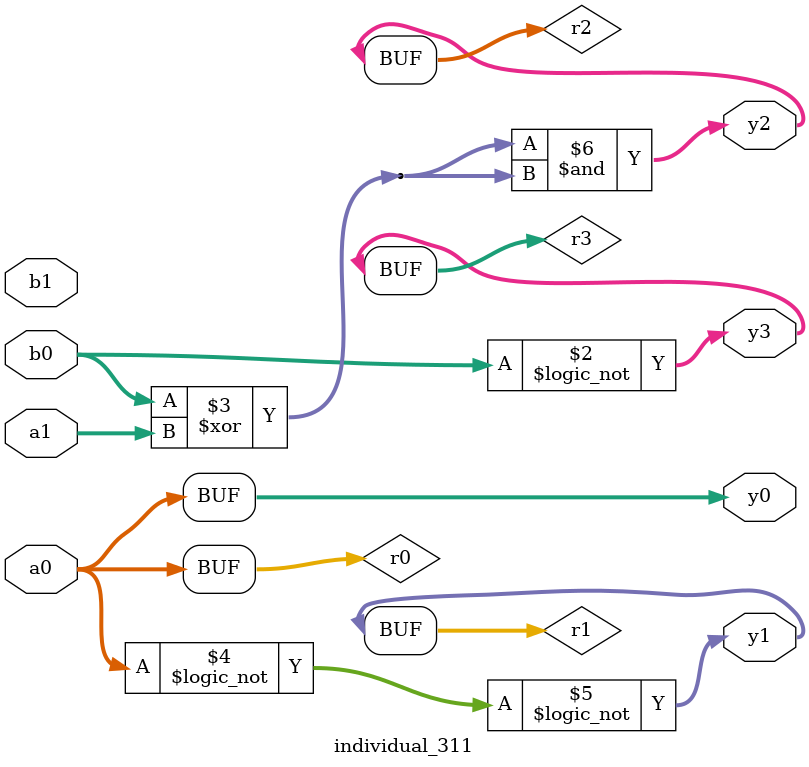
<source format=sv>
module individual_311(input logic [15:0] a1, input logic [15:0] a0, input logic [15:0] b1, input logic [15:0] b0, output logic [15:0] y3, output logic [15:0] y2, output logic [15:0] y1, output logic [15:0] y0);
logic [15:0] r0, r1, r2, r3; 
 always@(*) begin 
	 r0 = a0; r1 = a1; r2 = b0; r3 = b1; 
 	 r3 = ! r2 ;
 	 r2  ^=  a1 ;
 	 r1 = ! a0 ;
 	 r1 = ! r1 ;
 	 r2  &=  r2 ;
 	 y3 = r3; y2 = r2; y1 = r1; y0 = r0; 
end
endmodule
</source>
